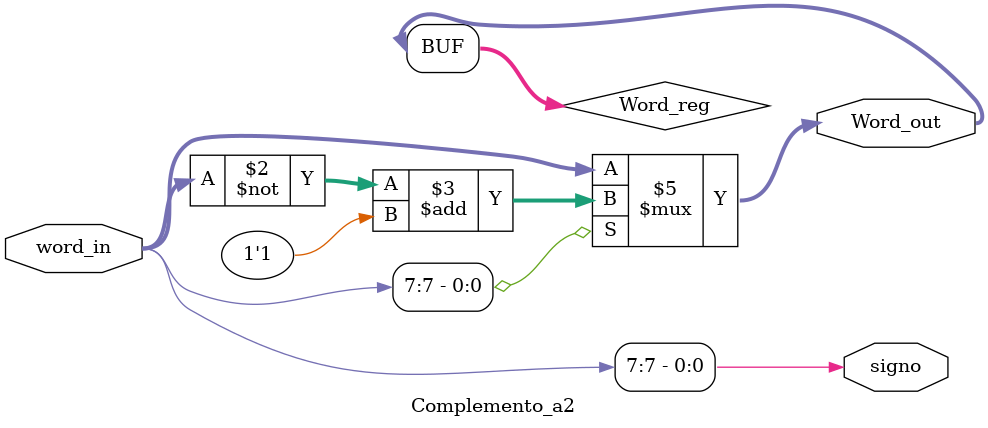
<source format=sv>
 module Complemento_a2
 #(parameter word_lenght = 8)
(
	// Input Ports
	input [word_lenght-1:0]word_in,

	// Output Ports
	output [word_lenght-1:0] Word_out,
	output signo
);
	logic [word_lenght-1:0] Word_reg;


	always_comb 
	begin
		if(word_in[word_lenght-1])
			Word_reg = (~word_in)+1'b1;
		else
			Word_reg = word_in;
	end
	
	//Asignación de salidas
	assign signo = word_in[word_lenght-1];
	assign Word_out = Word_reg;
	
endmodule


</source>
